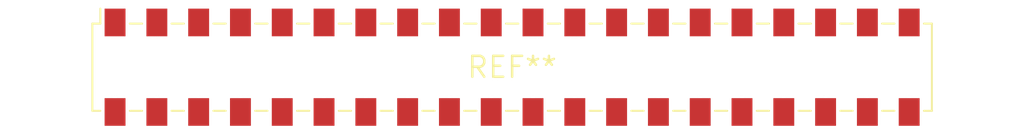
<source format=kicad_pcb>
(kicad_pcb (version 20240108) (generator pcbnew)
  (layers (0 "F.Cu" signal) (31 "B.Cu" signal) (34 "B.Paste" user) (35 "F.Paste" user) (36 "B.SilkS" user "B.Silkscreen") (37 "F.SilkS" user "F.Silkscreen") (38 "B.Mask" user) (39 "F.Mask" user) (44 "Edge.Cuts" user))
  (net 0 "")
  (footprint "Samtec_HLE-120-02-xxx-DV-BE-A_2x20_P2.54mm_Horizontal" (layer "F.Cu") (at 0 0)
    (property "Reference" "REF**")
    (property "Value" "Samtec_HLE-120-02-xxx-DV-BE-A_2x20_P2.54mm_Horizontal")
    (fp_line (start -25.51 -2.65) (end -25.51 2.65) (layer "F.SilkS") (stroke (width 0.12)))
    (fp_line (start -25.51 2.65) (end -25.025 2.65) (layer "F.SilkS") (stroke (width 0.12)))
    (fp_line (start -25.025 -3.56) (end -25.025 -2.65) (layer "F.SilkS") (stroke (width 0.12)))
    (fp_line (start -25.025 -2.65) (end -25.51 -2.65) (layer "F.SilkS") (stroke (width 0.12)))
    (fp_line (start -23.235 -2.65) (end -22.485 -2.65) (layer "F.SilkS") (stroke (width 0.12)))
    (fp_line (start -23.235 2.65) (end -22.485 2.65) (layer "F.SilkS") (stroke (width 0.12)))
    (fp_line (start -20.695 -2.65) (end -19.945 -2.65) (layer "F.SilkS") (stroke (width 0.12)))
    (fp_line (start -20.695 2.65) (end -19.945 2.65) (layer "F.SilkS") (stroke (width 0.12)))
    (fp_line (start -18.155 -2.65) (end -17.405 -2.65) (layer "F.SilkS") (stroke (width 0.12)))
    (fp_line (start -18.155 2.65) (end -17.405 2.65) (layer "F.SilkS") (stroke (width 0.12)))
    (fp_line (start -15.615 -2.65) (end -14.865 -2.65) (layer "F.SilkS") (stroke (width 0.12)))
    (fp_line (start -15.615 2.65) (end -14.865 2.65) (layer "F.SilkS") (stroke (width 0.12)))
    (fp_line (start -13.075 -2.65) (end -12.325 -2.65) (layer "F.SilkS") (stroke (width 0.12)))
    (fp_line (start -13.075 2.65) (end -12.325 2.65) (layer "F.SilkS") (stroke (width 0.12)))
    (fp_line (start -10.535 -2.65) (end -9.785 -2.65) (layer "F.SilkS") (stroke (width 0.12)))
    (fp_line (start -10.535 2.65) (end -9.785 2.65) (layer "F.SilkS") (stroke (width 0.12)))
    (fp_line (start -7.995 -2.65) (end -7.245 -2.65) (layer "F.SilkS") (stroke (width 0.12)))
    (fp_line (start -7.995 2.65) (end -7.245 2.65) (layer "F.SilkS") (stroke (width 0.12)))
    (fp_line (start -5.455 -2.65) (end -4.705 -2.65) (layer "F.SilkS") (stroke (width 0.12)))
    (fp_line (start -5.455 2.65) (end -4.705 2.65) (layer "F.SilkS") (stroke (width 0.12)))
    (fp_line (start -2.915 -2.65) (end -2.165 -2.65) (layer "F.SilkS") (stroke (width 0.12)))
    (fp_line (start -2.915 2.65) (end -2.165 2.65) (layer "F.SilkS") (stroke (width 0.12)))
    (fp_line (start -0.375 -2.65) (end 0.375 -2.65) (layer "F.SilkS") (stroke (width 0.12)))
    (fp_line (start -0.375 2.65) (end 0.375 2.65) (layer "F.SilkS") (stroke (width 0.12)))
    (fp_line (start 2.165 -2.65) (end 2.915 -2.65) (layer "F.SilkS") (stroke (width 0.12)))
    (fp_line (start 2.165 2.65) (end 2.915 2.65) (layer "F.SilkS") (stroke (width 0.12)))
    (fp_line (start 4.705 -2.65) (end 5.455 -2.65) (layer "F.SilkS") (stroke (width 0.12)))
    (fp_line (start 4.705 2.65) (end 5.455 2.65) (layer "F.SilkS") (stroke (width 0.12)))
    (fp_line (start 7.245 -2.65) (end 7.995 -2.65) (layer "F.SilkS") (stroke (width 0.12)))
    (fp_line (start 7.245 2.65) (end 7.995 2.65) (layer "F.SilkS") (stroke (width 0.12)))
    (fp_line (start 9.785 -2.65) (end 10.535 -2.65) (layer "F.SilkS") (stroke (width 0.12)))
    (fp_line (start 9.785 2.65) (end 10.535 2.65) (layer "F.SilkS") (stroke (width 0.12)))
    (fp_line (start 12.325 -2.65) (end 13.075 -2.65) (layer "F.SilkS") (stroke (width 0.12)))
    (fp_line (start 12.325 2.65) (end 13.075 2.65) (layer "F.SilkS") (stroke (width 0.12)))
    (fp_line (start 14.865 -2.65) (end 15.615 -2.65) (layer "F.SilkS") (stroke (width 0.12)))
    (fp_line (start 14.865 2.65) (end 15.615 2.65) (layer "F.SilkS") (stroke (width 0.12)))
    (fp_line (start 17.405 -2.65) (end 18.155 -2.65) (layer "F.SilkS") (stroke (width 0.12)))
    (fp_line (start 17.405 2.65) (end 18.155 2.65) (layer "F.SilkS") (stroke (width 0.12)))
    (fp_line (start 19.945 -2.65) (end 20.695 -2.65) (layer "F.SilkS") (stroke (width 0.12)))
    (fp_line (start 19.945 2.65) (end 20.695 2.65) (layer "F.SilkS") (stroke (width 0.12)))
    (fp_line (start 22.485 -2.65) (end 23.235 -2.65) (layer "F.SilkS") (stroke (width 0.12)))
    (fp_line (start 22.485 2.65) (end 23.235 2.65) (layer "F.SilkS") (stroke (width 0.12)))
    (fp_line (start 25.025 -2.65) (end 25.51 -2.65) (layer "F.SilkS") (stroke (width 0.12)))
    (fp_line (start 25.51 -2.65) (end 25.51 2.65) (layer "F.SilkS") (stroke (width 0.12)))
    (fp_line (start 25.51 2.65) (end 25.025 2.65) (layer "F.SilkS") (stroke (width 0.12)))
    (pad "" np_thru_hole circle (at -24.13 -1.27) (size 0.97 0.97) (drill 0.97) (layers *.Cu *.Mask))
    (pad "" np_thru_hole circle (at -24.13 1.27) (size 0.97 0.97) (drill 0.97) (layers *.Cu *.Mask))
    (pad "" np_thru_hole circle (at -22.86 0) (size 1.78 1.78) (drill 1.78) (layers *.Cu *.Mask))
    (pad "" np_thru_hole circle (at -21.59 -1.27) (size 0.97 0.97) (drill 0.97) (layers *.Cu *.Mask))
    (pad "" np_thru_hole circle (at -21.59 1.27) (size 0.97 0.97) (drill 0.97) (layers *.Cu *.Mask))
    (pad "" np_thru_hole circle (at -19.05 -1.27) (size 0.97 0.97) (drill 0.97) (layers *.Cu *.Mask))
    (pad "" np_thru_hole circle (at -19.05 1.27) (size 0.97 0.97) (drill 0.97) (layers *.Cu *.Mask))
    (pad "" np_thru_hole circle (at -16.51 -1.27) (size 0.97 0.97) (drill 0.97) (layers *.Cu *.Mask))
    (pad "" np_thru_hole circle (at -16.51 1.27) (size 0.97 0.97) (drill 0.97) (layers *.Cu *.Mask))
    (pad "" np_thru_hole circle (at -13.97 -1.27) (size 0.97 0.97) (drill 0.97) (layers *.Cu *.Mask))
    (pad "" np_thru_hole circle (at -13.97 1.27) (size 0.97 0.97) (drill 0.97) (layers *.Cu *.Mask))
    (pad "" np_thru_hole circle (at -11.43 -1.27) (size 0.97 0.97) (drill 0.97) (layers *.Cu *.Mask))
    (pad "" np_thru_hole circle (at -11.43 1.27) (size 0.97 0.97) (drill 0.97) (layers *.Cu *.Mask))
    (pad "" np_thru_hole circle (at -8.89 -1.27) (size 0.97 0.97) (drill 0.97) (layers *.Cu *.Mask))
    (pad "" np_thru_hole circle (at -8.89 1.27) (size 0.97 0.97) (drill 0.97) (layers *.Cu *.Mask))
    (pad "" np_thru_hole circle (at -6.35 -1.27) (size 0.97 0.97) (drill 0.97) (layers *.Cu *.Mask))
    (pad "" np_thru_hole circle (at -6.35 1.27) (size 0.97 0.97) (drill 0.97) (layers *.Cu *.Mask))
    (pad "" np_thru_hole circle (at -3.81 -1.27) (size 0.97 0.97) (drill 0.97) (layers *.Cu *.Mask))
    (pad "" np_thru_hole circle (at -3.81 1.27) (size 0.97 0.97) (drill 0.97) (layers *.Cu *.Mask))
    (pad "" np_thru_hole circle (at -1.27 -1.27) (size 0.97 0.97) (drill 0.97) (layers *.Cu *.Mask))
    (pad "" np_thru_hole circle (at -1.27 1.27) (size 0.97 0.97) (drill 0.97) (layers *.Cu *.Mask))
    (pad "" np_thru_hole circle (at 1.27 -1.27) (size 0.97 0.97) (drill 0.97) (layers *.Cu *.Mask))
    (pad "" np_thru_hole circle (at 1.27 1.27) (size 0.97 0.97) (drill 0.97) (layers *.Cu *.Mask))
    (pad "" np_thru_hole circle (at 3.81 -1.27) (size 0.97 0.97) (drill 0.97) (layers *.Cu *.Mask))
    (pad "" np_thru_hole circle (at 3.81 1.27) (size 0.97 0.97) (drill 0.97) (layers *.Cu *.Mask))
    (pad "" np_thru_hole circle (at 6.35 -1.27) (size 0.97 0.97) (drill 0.97) (layers *.Cu *.Mask))
    (pad "" np_thru_hole circle (at 6.35 1.27) (size 0.97 0.97) (drill 0.97) (layers *.Cu *.Mask))
    (pad "" np_thru_hole circle (at 8.89 -1.27) (size 0.97 0.97) (drill 0.97) (layers *.Cu *.Mask))
    (pad "" np_thru_hole circle (at 8.89 1.27) (size 0.97 0.97) (drill 0.97) (layers *.Cu *.Mask))
    (pad "" np_thru_hole circle (at 11.43 -1.27) (size 0.97 0.97) (drill 0.97) (layers *.Cu *.Mask))
    (pad "" np_thru_hole circle (at 11.43 1.27) (size 0.97 0.97) (drill 0.97) (layers *.Cu *.Mask))
    (pad "" np_thru_hole circle (at 13.97 -1.27) (size 0.97 0.97) (drill 0.97) (layers *.Cu *.Mask))
    (pad "" np_thru_hole circle (at 13.97 1.27) (size 0.97 0.97) (drill 0.97) (layers *.Cu *.Mask))
    (pad "" np_thru_hole circle (at 16.51 -1.27) (size 0.97 0.97) (drill 0.97) (layers *.Cu *.Mask))
    (pad "" np_thru_hole circle (at 16.51 1.27) (size 0.97 0.97) (drill 0.97) (layers *.Cu *.Mask))
    (pad "" np_thru_hole circle (at 19.05 -1.27) (size 0.97 0.97) (drill 0.97) (layers *.Cu *.Mask))
    (pad "" np_thru_hole circle (at 19.05 1.27) (size 0.97 0.97) (drill 0.97) (layers *.Cu *.Mask))
    (pad "" np_thru_hole circle (at 21.59 -1.27) (size 0.97 0.97) (drill 0.97) (layers *.Cu *.Mask))
    (pad "" np_thru_hole circle (at 21.59 1.27) (size 0.97 0.97) (drill 0.97) (layers *.Cu *.Mask))
    (pad "" np_thru_hole circle (at 22.86 0) (size 1.78 1.78) (drill 1.78) (layers *.Cu *.Mask))
    (pad "" np_thru_hole circle (at 24.13 -1.27) (size 0.97 0.97) (drill 0.97) (layers *.Cu *.Mask))
    (pad "" np_thru_hole circle (at 24.13 1.27) (size 0.97 0.97) (drill 0.97) (layers *.Cu *.Mask))
    (pad "1" smd rect (at -24.13 -2.72) (size 1.27 1.68) (layers "F.Cu" "F.Paste" "F.Mask"))
    (pad "2" smd rect (at -24.13 2.72) (size 1.27 1.68) (layers "F.Cu" "F.Paste" "F.Mask"))
    (pad "3" smd rect (at -21.59 -2.72) (size 1.27 1.68) (layers "F.Cu" "F.Paste" "F.Mask"))
    (pad "4" smd rect (at -21.59 2.72) (size 1.27 1.68) (layers "F.Cu" "F.Paste" "F.Mask"))
    (pad "5" smd rect (at -19.05 -2.72) (size 1.27 1.68) (layers "F.Cu" "F.Paste" "F.Mask"))
    (pad "6" smd rect (at -19.05 2.72) (size 1.27 1.68) (layers "F.Cu" "F.Paste" "F.Mask"))
    (pad "7" smd rect (at -16.51 -2.72) (size 1.27 1.68) (layers "F.Cu" "F.Paste" "F.Mask"))
    (pad "8" smd rect (at -16.51 2.72) (size 1.27 1.68) (layers "F.Cu" "F.Paste" "F.Mask"))
    (pad "9" smd rect (at -13.97 -2.72) (size 1.27 1.68) (layers "F.Cu" "F.Paste" "F.Mask"))
    (pad "10" smd rect (at -13.97 2.72) (size 1.27 1.68) (layers "F.Cu" "F.Paste" "F.Mask"))
    (pad "11" smd rect (at -11.43 -2.72) (size 1.27 1.68) (layers "F.Cu" "F.Paste" "F.Mask"))
    (pad "12" smd rect (at -11.43 2.72) (size 1.27 1.68) (layers "F.Cu" "F.Paste" "F.Mask"))
    (pad "13" smd rect (at -8.89 -2.72) (size 1.27 1.68) (layers "F.Cu" "F.Paste" "F.Mask"))
    (pad "14" smd rect (at -8.89 2.72) (size 1.27 1.68) (layers "F.Cu" "F.Paste" "F.Mask"))
    (pad "15" smd rect (at -6.35 -2.72) (size 1.27 1.68) (layers "F.Cu" "F.Paste" "F.Mask"))
    (pad "16" smd rect (at -6.35 2.72) (size 1.27 1.68) (layers "F.Cu" "F.Paste" "F.Mask"))
    (pad "17" smd rect (at -3.81 -2.72) (size 1.27 1.68) (layers "F.Cu" "F.Paste" "F.Mask"))
    (pad "18" smd rect (at -3.81 2.72) (size 1.27 1.68) (layers "F.Cu" "F.Paste" "F.Mask"))
    (pad "19" smd rect (at -1.27 -2.72) (size 1.27 1.68) (layers "F.Cu" "F.Paste" "F.Mask"))
    (pad "20" smd rect (at -1.27 2.72) (size 1.27 1.68) (layers "F.Cu" "F.Paste" "F.Mask"))
    (pad "21" smd rect (at 1.27 -2.72) (size 1.27 1.68) (layers "F.Cu" "F.Paste" "F.Mask"))
    (pad "22" smd rect (at 1.27 2.72) (size 1.27 1.68) (layers "F.Cu" "F.Paste" "F.Mask"))
    (pad "23" smd rect (at 3.81 -2.72) (size 1.27 1.68) (layers "F.Cu" "F.Paste" "F.Mask"))
    (pad "24" smd rect (at 3.81 2.72) (size 1.27 1.68) (layers "F.Cu" "F.Paste" "F.Mask"))
    (pad "25" smd rect (at 6.35 -2.72) (size 1.27 1.68) (layers "F.Cu" "F.Paste" "F.Mask"))
    (pad "26" smd rect (at 6.35 2.72) (size 1.27 1.68) (layers "F.Cu" "F.Paste" "F.Mask"))
    (pad "27" smd rect (at 8.89 -2.72) (size 1.27 1.68) (layers "F.Cu" "F.Paste" "F.Mask"))
    (pad "28" smd rect (at 8.89 2.72) (size 1.27 1.68) (layers "F.Cu" "F.Paste" "F.Mask"))
    (pad "29" smd rect (at 11.43 -2.72) (size 1.27 1.68) (layers "F.Cu" "F.Paste" "F.Mask"))
    (pad "30" smd rect (at 11.43 2.72) (size 1.27 1.68) (layers "F.Cu" "F.Paste" "F.Mask"))
    (pad "31" smd rect (at 13.97 -2.72) (size 1.27 1.68) (layers "F.Cu" "F.Paste" "F.Mask"))
    (pad "32" smd rect (at 13.97 2.72) (size 1.27 1.68) (layers "F.Cu" "F.Paste" "F.Mask"))
    (pad "33" smd rect (at 16.51 -2.72) (size 1.27 1.68) (layers "F.Cu" "F.Paste" "F.Mask"))
    (pad "34" smd rect (at 16.51 2.72) (size 1.27 1.68) (layers "F.Cu" "F.Paste" "F.Mask"))
    (pad "35" smd rect (at 19.05 -2.72) (size 1.27 1.68) (layers "F.Cu" "F.Paste" "F.Mask"))
    (pad "36" smd rect (at 19.05 2.72) (size 1.27 1.68) (layers "F.Cu" "F.Paste" "F.Mask"))
    (pad "37" smd rect (at 21.59 -2.72) (size 1.27 1.68) (layers "F.Cu" "F.Paste" "F.Mask"))
    (pad "38" smd rect (at 21.59 2.72) (size 1.27 1.68) (layers "F.Cu" "F.Paste" "F.Mask"))
    (pad "39" smd rect (at 24.13 -2.72) (size 1.27 1.68) (layers "F.Cu" "F.Paste" "F.Mask"))
    (pad "40" smd rect (at 24.13 2.72) (size 1.27 1.68) (layers "F.Cu" "F.Paste" "F.Mask"))
  )
)
</source>
